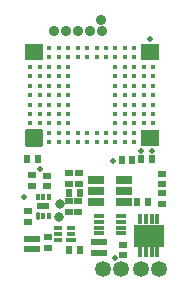
<source format=gts>
G04 Layer_Color=8388736*
%FSLAX24Y24*%
%MOIN*%
G70*
G01*
G75*
%ADD37C,0.0530*%
%ADD55R,0.0256X0.0237*%
%ADD56R,0.0630X0.0571*%
G04:AMPARAMS|DCode=57|XSize=63mil|YSize=57.1mil|CornerRadius=6.5mil|HoleSize=0mil|Usage=FLASHONLY|Rotation=0.000|XOffset=0mil|YOffset=0mil|HoleType=Round|Shape=RoundedRectangle|*
%AMROUNDEDRECTD57*
21,1,0.0630,0.0441,0,0,0.0*
21,1,0.0500,0.0571,0,0,0.0*
1,1,0.0130,0.0250,-0.0220*
1,1,0.0130,-0.0250,-0.0220*
1,1,0.0130,-0.0250,0.0220*
1,1,0.0130,0.0250,0.0220*
%
%ADD57ROUNDEDRECTD57*%
%ADD58C,0.0177*%
%ADD59R,0.0237X0.0256*%
%ADD60R,0.0130X0.0217*%
G04:AMPARAMS|DCode=61|XSize=11.8mil|YSize=25.6mil|CornerRadius=3.5mil|HoleSize=0mil|Usage=FLASHONLY|Rotation=180.000|XOffset=0mil|YOffset=0mil|HoleType=Round|Shape=RoundedRectangle|*
%AMROUNDEDRECTD61*
21,1,0.0118,0.0187,0,0,180.0*
21,1,0.0049,0.0256,0,0,180.0*
1,1,0.0069,-0.0025,0.0093*
1,1,0.0069,0.0025,0.0093*
1,1,0.0069,0.0025,-0.0093*
1,1,0.0069,-0.0025,-0.0093*
%
%ADD61ROUNDEDRECTD61*%
%ADD62R,0.0414X0.0197*%
%ADD63R,0.0355X0.0138*%
%ADD64R,0.0179X0.0356*%
%ADD65R,0.1017X0.0730*%
%ADD66R,0.0532X0.0296*%
%ADD67R,0.0315X0.0130*%
%ADD68R,0.0355X0.0130*%
%ADD69C,0.0320*%
%ADD70C,0.0350*%
%ADD71C,0.0020*%
%ADD72C,0.0190*%
D37*
X5770Y760D02*
D03*
X5179D02*
D03*
X4510Y770D02*
D03*
X3919D02*
D03*
D55*
X2787Y2669D02*
D03*
Y3024D02*
D03*
X3921Y1319D02*
D03*
Y1673D02*
D03*
X3091Y3610D02*
D03*
Y3965D02*
D03*
X2776Y3961D02*
D03*
Y3606D02*
D03*
X1390Y2339D02*
D03*
Y2693D02*
D03*
X1524Y3894D02*
D03*
Y3539D02*
D03*
X2025Y3885D02*
D03*
Y3531D02*
D03*
X1677Y1425D02*
D03*
Y1780D02*
D03*
X1390D02*
D03*
Y1425D02*
D03*
X2067Y1469D02*
D03*
Y1823D02*
D03*
X5880Y3598D02*
D03*
Y3952D02*
D03*
X5875Y3302D02*
D03*
Y2948D02*
D03*
X3634Y1673D02*
D03*
Y1319D02*
D03*
X4574Y1585D02*
D03*
Y1231D02*
D03*
X3083Y2665D02*
D03*
Y3020D02*
D03*
D56*
X5470Y8002D02*
D03*
Y5128D02*
D03*
X1592Y8002D02*
D03*
D57*
Y5128D02*
D03*
D58*
X5578Y7510D02*
D03*
Y7195D02*
D03*
Y6880D02*
D03*
X5263Y5620D02*
D03*
Y5935D02*
D03*
Y6250D02*
D03*
Y6565D02*
D03*
Y6880D02*
D03*
Y7195D02*
D03*
Y7510D02*
D03*
X4949Y8140D02*
D03*
Y7825D02*
D03*
Y7510D02*
D03*
Y7195D02*
D03*
Y6880D02*
D03*
Y6565D02*
D03*
Y6250D02*
D03*
Y5935D02*
D03*
Y5620D02*
D03*
Y5305D02*
D03*
Y4990D02*
D03*
X4634D02*
D03*
Y5305D02*
D03*
Y5620D02*
D03*
Y5935D02*
D03*
Y6250D02*
D03*
Y6565D02*
D03*
Y6880D02*
D03*
Y7195D02*
D03*
Y7510D02*
D03*
Y7825D02*
D03*
Y8140D02*
D03*
X4004D02*
D03*
X3689D02*
D03*
X3374D02*
D03*
X3059D02*
D03*
X4004Y7825D02*
D03*
X3689D02*
D03*
X3374D02*
D03*
X3059D02*
D03*
X5578Y6565D02*
D03*
Y6250D02*
D03*
Y5935D02*
D03*
Y5620D02*
D03*
X4319Y8140D02*
D03*
Y7825D02*
D03*
Y7510D02*
D03*
Y7195D02*
D03*
Y6880D02*
D03*
Y6565D02*
D03*
Y6250D02*
D03*
Y5935D02*
D03*
Y5620D02*
D03*
Y4990D02*
D03*
Y5305D02*
D03*
X4004D02*
D03*
X3689D02*
D03*
X4004Y4990D02*
D03*
X3689D02*
D03*
X3374D02*
D03*
Y5305D02*
D03*
X3059D02*
D03*
Y4990D02*
D03*
X2744D02*
D03*
Y5305D02*
D03*
Y5620D02*
D03*
Y5935D02*
D03*
Y6250D02*
D03*
Y6565D02*
D03*
Y6880D02*
D03*
Y7195D02*
D03*
Y7510D02*
D03*
Y7825D02*
D03*
Y8140D02*
D03*
X2429Y4990D02*
D03*
Y5305D02*
D03*
Y5620D02*
D03*
Y5935D02*
D03*
Y6250D02*
D03*
Y6565D02*
D03*
Y6880D02*
D03*
Y7195D02*
D03*
Y7510D02*
D03*
Y7825D02*
D03*
Y8140D02*
D03*
X2114D02*
D03*
Y7825D02*
D03*
Y7510D02*
D03*
Y7195D02*
D03*
Y6880D02*
D03*
Y6565D02*
D03*
Y6250D02*
D03*
Y5935D02*
D03*
Y5620D02*
D03*
Y4990D02*
D03*
Y5305D02*
D03*
X1799Y5620D02*
D03*
Y5935D02*
D03*
Y6250D02*
D03*
Y6565D02*
D03*
Y6880D02*
D03*
Y7195D02*
D03*
Y7510D02*
D03*
X1484Y5620D02*
D03*
Y5935D02*
D03*
Y6250D02*
D03*
Y6565D02*
D03*
Y6880D02*
D03*
Y7195D02*
D03*
Y7510D02*
D03*
D59*
X1728Y4421D02*
D03*
X1374D02*
D03*
X5183Y4430D02*
D03*
X5537D02*
D03*
X4877Y4410D02*
D03*
X4523D02*
D03*
X2780Y1406D02*
D03*
X3134D02*
D03*
X5036Y3014D02*
D03*
X5391D02*
D03*
X3126Y3319D02*
D03*
X2772D02*
D03*
D60*
X2118Y3181D02*
D03*
X1921D02*
D03*
X1724D02*
D03*
X2118Y2551D02*
D03*
X1921D02*
D03*
D61*
X1724D02*
D03*
D62*
X1921Y2866D02*
D03*
D63*
X4516Y1953D02*
D03*
Y2150D02*
D03*
Y2346D02*
D03*
Y2543D02*
D03*
X3768Y1953D02*
D03*
Y2150D02*
D03*
Y2346D02*
D03*
Y2543D02*
D03*
D64*
X5721Y2422D02*
D03*
X5524D02*
D03*
X5327D02*
D03*
X5130D02*
D03*
X5721Y1320D02*
D03*
X5524D02*
D03*
X5327D02*
D03*
X5130D02*
D03*
D65*
X5425Y1871D02*
D03*
D66*
X3673Y3000D02*
D03*
Y3374D02*
D03*
Y3748D02*
D03*
X4618D02*
D03*
Y3374D02*
D03*
Y3000D02*
D03*
D67*
X2421Y2130D02*
D03*
Y1933D02*
D03*
Y1736D02*
D03*
X2835Y2130D02*
D03*
Y1933D02*
D03*
D68*
Y1736D02*
D03*
D69*
X2453Y2514D02*
D03*
X2462Y2928D02*
D03*
D70*
X2283Y8701D02*
D03*
X3858D02*
D03*
X2677D02*
D03*
X3071D02*
D03*
X3465D02*
D03*
X3832Y9083D02*
D03*
D71*
X630Y5173D02*
D03*
X3583Y9504D02*
D03*
X6535Y5173D02*
D03*
D72*
X5536Y4703D02*
D03*
X5185Y4698D02*
D03*
X1807Y4118D02*
D03*
X4311Y1135D02*
D03*
X4253Y4370D02*
D03*
X1265Y3180D02*
D03*
X5460Y8425D02*
D03*
M02*

</source>
